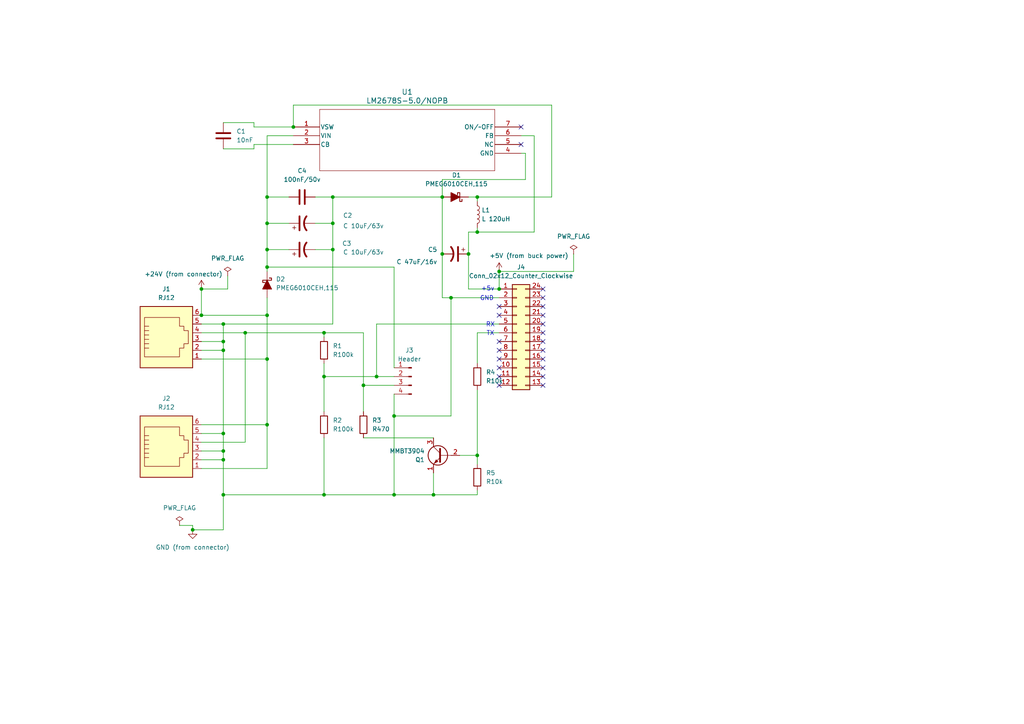
<source format=kicad_sch>
(kicad_sch (version 20250114) (generator "eeschema") (generator_version "9.0")
  (paper "A4")
  (title_block (title "Connect 10 Controller") (date "2026-02-18") (rev "10"))
  (lib_symbols
    (symbol "Connector:Conn_01x04_Pin" (pin_names (offset 1.016) (hide yes))
      (property "Reference" "J" (at 0 5.08 0))
      (property "Value" "Conn_01x04_Pin" (at 0 -7.62 0))
      (symbol "Conn_01x04_Pin_1_1"
        (rectangle (start 0.8636 2.667) (end 0 2.413) (stroke (width 0.1524)) (fill (type outline)))
        (rectangle (start 0.8636 0.127) (end 0 -0.127) (stroke (width 0.1524)) (fill (type outline)))
        (rectangle (start 0.8636 -2.413) (end 0 -2.667) (stroke (width 0.1524)) (fill (type outline)))
        (rectangle (start 0.8636 -4.953) (end 0 -5.207) (stroke (width 0.1524)) (fill (type outline)))
        (polyline (pts (xy 1.27 2.54) (xy 0.8636 2.54)) (stroke (width 0.1524)))
        (polyline (pts (xy 1.27 0) (xy 0.8636 0)) (stroke (width 0.1524)))
        (polyline (pts (xy 1.27 -2.54) (xy 0.8636 -2.54)) (stroke (width 0.1524)))
        (polyline (pts (xy 1.27 -5.08) (xy 0.8636 -5.08)) (stroke (width 0.1524)))
        (pin passive line (at 5.08 2.54 180) (length 3.81) (name "Pin_1") (number "1"))
        (pin passive line (at 5.08 0 180) (length 3.81) (name "Pin_2") (number "2"))
        (pin passive line (at 5.08 -2.54 180) (length 3.81) (name "Pin_3") (number "3"))
        (pin passive line (at 5.08 -5.08 180) (length 3.81) (name "Pin_4") (number "4"))
      )
    )
    (symbol "Connector:RJ12" (pin_names (offset 1.016))
      (property "Reference" "J" (at -5.08 11.43 0))
      (property "Value" "RJ12" (at 2.54 11.43 0))
      (symbol "RJ12_0_1"
        (polyline (pts (xy -6.35 3.175) (xy -5.08 3.175) (xy -5.08 3.175)))
        (polyline (pts (xy -6.35 1.905) (xy -5.08 1.905) (xy -5.08 1.905)))
        (polyline (pts (xy -6.35 0.635) (xy -5.08 0.635) (xy -5.08 0.635)))
        (polyline (pts (xy -6.35 -0.635) (xy -5.08 -0.635) (xy -5.08 -0.635)))
        (polyline (pts (xy -6.35 -1.905) (xy -5.08 -1.905) (xy -5.08 -1.905)))
        (polyline (pts (xy -6.35 -4.445) (xy -6.35 6.985) (xy 3.81 6.985) (xy 3.81 4.445) (xy 5.08 4.445) (xy 5.08 3.175) (xy 6.35 3.175) (xy 6.35 -0.635) (xy 5.08 -0.635) (xy 5.08 -1.905) (xy 3.81 -1.905) (xy 3.81 -4.445) (xy -6.35 -4.445) (xy -6.35 -4.445)))
        (polyline (pts (xy -5.08 4.445) (xy -6.35 4.445) (xy -6.35 4.445)))
        (rectangle (start 7.62 10.16) (end -7.62 -7.62) (stroke (width 0.254)) (fill (type background)))
      )
      (symbol "RJ12_1_1"
        (pin passive line (at 10.16 7.62 180) (length 2.54) (name "~") (number "6"))
        (pin passive line (at 10.16 5.08 180) (length 2.54) (name "~") (number "5"))
        (pin passive line (at 10.16 2.54 180) (length 2.54) (name "~") (number "4"))
        (pin passive line (at 10.16 0 180) (length 2.54) (name "~") (number "3"))
        (pin passive line (at 10.16 -2.54 180) (length 2.54) (name "~") (number "2"))
        (pin passive line (at 10.16 -5.08 180) (length 2.54) (name "~") (number "1"))
      )
    )
    (symbol "Connector_Generic:Conn_02x12_Counter_Clockwise" (pin_names (offset 1.016) (hide yes))
      (property "Reference" "J" (at 1.27 15.24 0))
      (property "Value" "Conn_02x12_Counter_Clockwise" (at 1.27 -17.78 0))
      (symbol "Conn_02x12_Counter_Clockwise_1_1"
        (rectangle (start -1.27 13.97) (end 3.81 -16.51) (stroke (width 0.254)) (fill (type background)))
        (rectangle (start -1.27 12.827) (end 0 12.573) (stroke (width 0.1524)))
        (rectangle (start -1.27 10.287) (end 0 10.033) (stroke (width 0.1524)))
        (rectangle (start -1.27 7.747) (end 0 7.493) (stroke (width 0.1524)))
        (rectangle (start -1.27 5.207) (end 0 4.953) (stroke (width 0.1524)))
        (rectangle (start -1.27 2.667) (end 0 2.413) (stroke (width 0.1524)))
        (rectangle (start -1.27 0.127) (end 0 -0.127) (stroke (width 0.1524)))
        (rectangle (start -1.27 -2.413) (end 0 -2.667) (stroke (width 0.1524)))
        (rectangle (start -1.27 -4.953) (end 0 -5.207) (stroke (width 0.1524)))
        (rectangle (start -1.27 -7.493) (end 0 -7.747) (stroke (width 0.1524)))
        (rectangle (start -1.27 -10.033) (end 0 -10.287) (stroke (width 0.1524)))
        (rectangle (start -1.27 -12.573) (end 0 -12.827) (stroke (width 0.1524)))
        (rectangle (start -1.27 -15.113) (end 0 -15.367) (stroke (width 0.1524)))
        (rectangle (start 3.81 12.827) (end 2.54 12.573) (stroke (width 0.1524)))
        (rectangle (start 3.81 10.287) (end 2.54 10.033) (stroke (width 0.1524)))
        (rectangle (start 3.81 7.747) (end 2.54 7.493) (stroke (width 0.1524)))
        (rectangle (start 3.81 5.207) (end 2.54 4.953) (stroke (width 0.1524)))
        (rectangle (start 3.81 2.667) (end 2.54 2.413) (stroke (width 0.1524)))
        (rectangle (start 3.81 0.127) (end 2.54 -0.127) (stroke (width 0.1524)))
        (rectangle (start 3.81 -2.413) (end 2.54 -2.667) (stroke (width 0.1524)))
        (rectangle (start 3.81 -4.953) (end 2.54 -5.207) (stroke (width 0.1524)))
        (rectangle (start 3.81 -7.493) (end 2.54 -7.747) (stroke (width 0.1524)))
        (rectangle (start 3.81 -10.033) (end 2.54 -10.287) (stroke (width 0.1524)))
        (rectangle (start 3.81 -12.573) (end 2.54 -12.827) (stroke (width 0.1524)))
        (rectangle (start 3.81 -15.113) (end 2.54 -15.367) (stroke (width 0.1524)))
        (pin passive line (at -5.08 12.7 0) (length 3.81) (name "Pin_1") (number "1"))
        (pin passive line (at -5.08 10.16 0) (length 3.81) (name "Pin_2") (number "2"))
        (pin passive line (at -5.08 7.62 0) (length 3.81) (name "Pin_3") (number "3"))
        (pin passive line (at -5.08 5.08 0) (length 3.81) (name "Pin_4") (number "4"))
        (pin passive line (at -5.08 2.54 0) (length 3.81) (name "Pin_5") (number "5"))
        (pin passive line (at -5.08 0 0) (length 3.81) (name "Pin_6") (number "6"))
        (pin passive line (at -5.08 -2.54 0) (length 3.81) (name "Pin_7") (number "7"))
        (pin passive line (at -5.08 -5.08 0) (length 3.81) (name "Pin_8") (number "8"))
        (pin passive line (at -5.08 -7.62 0) (length 3.81) (name "Pin_9") (number "9"))
        (pin passive line (at -5.08 -10.16 0) (length 3.81) (name "Pin_10") (number "10"))
        (pin passive line (at -5.08 -12.7 0) (length 3.81) (name "Pin_11") (number "11"))
        (pin passive line (at -5.08 -15.24 0) (length 3.81) (name "Pin_12") (number "12"))
        (pin passive line (at 7.62 12.7 180) (length 3.81) (name "Pin_24") (number "24"))
        (pin passive line (at 7.62 10.16 180) (length 3.81) (name "Pin_23") (number "23"))
        (pin passive line (at 7.62 7.62 180) (length 3.81) (name "Pin_22") (number "22"))
        (pin passive line (at 7.62 5.08 180) (length 3.81) (name "Pin_21") (number "21"))
        (pin passive line (at 7.62 2.54 180) (length 3.81) (name "Pin_20") (number "20"))
        (pin passive line (at 7.62 0 180) (length 3.81) (name "Pin_19") (number "19"))
        (pin passive line (at 7.62 -2.54 180) (length 3.81) (name "Pin_18") (number "18"))
        (pin passive line (at 7.62 -5.08 180) (length 3.81) (name "Pin_17") (number "17"))
        (pin passive line (at 7.62 -7.62 180) (length 3.81) (name "Pin_16") (number "16"))
        (pin passive line (at 7.62 -10.16 180) (length 3.81) (name "Pin_15") (number "15"))
        (pin passive line (at 7.62 -12.7 180) (length 3.81) (name "Pin_14") (number "14"))
        (pin passive line (at 7.62 -15.24 180) (length 3.81) (name "Pin_13") (number "13"))
      )
    )
    (symbol "Device:C" (pin_numbers (hide yes)) (pin_names (offset 0.254))
      (property "Reference" "C" (at 0.635 2.54 0))
      (property "Value" "C" (at 0.635 -2.54 0))
      (symbol "C_0_1"
        (polyline (pts (xy -2.032 0.762) (xy 2.032 0.762)) (stroke (width 0.508)))
        (polyline (pts (xy -2.032 -0.762) (xy 2.032 -0.762)) (stroke (width 0.508)))
      )
      (symbol "C_1_1"
        (pin passive line (at 0 3.81 270) (length 2.794) (name "~") (number "1"))
        (pin passive line (at 0 -3.81 90) (length 2.794) (name "~") (number "2"))
      )
    )
    (symbol "Device:C_Polarized_US" (pin_numbers (hide yes)) (pin_names (offset 0.254) (hide yes))
      (property "Reference" "C" (at 0.635 2.54 0))
      (property "Value" "C_Polarized_US" (at 0.635 -2.54 0))
      (symbol "C_Polarized_US_0_1"
        (polyline (pts (xy -2.032 0.762) (xy 2.032 0.762)) (stroke (width 0.508)))
        (polyline (pts (xy -1.778 2.286) (xy -0.762 2.286)))
        (polyline (pts (xy -1.27 1.778) (xy -1.27 2.794)))
        (arc (start -2.032 -1.27) (mid 0 -0.5572) (end 2.032 -1.27) (stroke (width 0.508)))
      )
      (symbol "C_Polarized_US_1_1"
        (pin passive line (at 0 3.81 270) (length 2.794) (name "~") (number "1"))
        (pin passive line (at 0 -3.81 90) (length 3.302) (name "~") (number "2"))
      )
    )
    (symbol "Device:D_Schottky_Filled" (pin_numbers (hide yes)) (pin_names (offset 1.016) (hide yes))
      (property "Reference" "D" (at 0 2.54 0))
      (property "Value" "D_Schottky_Filled" (at 0 -2.54 0))
      (symbol "D_Schottky_Filled_0_1"
        (polyline (pts (xy -1.905 0.635) (xy -1.905 1.27) (xy -1.27 1.27) (xy -1.27 -1.27) (xy -0.635 -1.27) (xy -0.635 -0.635)) (stroke (width 0.254)))
        (polyline (pts (xy 1.27 1.27) (xy 1.27 -1.27) (xy -1.27 0) (xy 1.27 1.27)) (stroke (width 0.254)) (fill (type outline)))
        (polyline (pts (xy 1.27 0) (xy -1.27 0)))
      )
      (symbol "D_Schottky_Filled_1_1"
        (pin passive line (at -3.81 0 0) (length 2.54) (name "K") (number "1"))
        (pin passive line (at 3.81 0 180) (length 2.54) (name "A") (number "2"))
      )
    )
    (symbol "Device:L" (pin_numbers (hide yes)) (pin_names (offset 1.016) (hide yes))
      (property "Reference" "L" (at -1.27 0 90))
      (property "Value" "L" (at 1.905 0 90))
      (symbol "L_0_1"
        (arc (start 0 2.54) (mid 0.6323 1.905) (end 0 1.27))
        (arc (start 0 1.27) (mid 0.6323 0.635) (end 0 0))
        (arc (start 0 0) (mid 0.6323 -0.635) (end 0 -1.27))
        (arc (start 0 -1.27) (mid 0.6323 -1.905) (end 0 -2.54))
      )
      (symbol "L_1_1"
        (pin passive line (at 0 3.81 270) (length 1.27) (name "1") (number "1"))
        (pin passive line (at 0 -3.81 90) (length 1.27) (name "2") (number "2"))
      )
    )
    (symbol "Device:R" (pin_numbers (hide yes)) (pin_names (offset 0))
      (property "Reference" "R" (at 2.032 0 90))
      (property "Value" "R" (at 0 0 90))
      (symbol "R_0_1"
        (rectangle (start -1.016 -2.54) (end 1.016 2.54) (stroke (width 0.254)))
      )
      (symbol "R_1_1"
        (pin passive line (at 0 3.81 270) (length 1.27) (name "~") (number "1"))
        (pin passive line (at 0 -3.81 90) (length 1.27) (name "~") (number "2"))
      )
    )
    (symbol "LM2678T-5-0-NOPB:LM2678T-5.0_NOPB" (pin_names (offset 0.254))
      (property "Reference" "U" (at 33.02 10.16 0))
      (property "Value" "LM2678T-5.0/NOPB" (at 33.02 7.62 0))
      (symbol "LM2678T-5.0_NOPB_0_1"
        (polyline (pts (xy 7.62 5.08) (xy 7.62 -12.7)) (stroke (width 0.127)))
        (polyline (pts (xy 7.62 -12.7) (xy 58.42 -12.7)) (stroke (width 0.127)))
        (polyline (pts (xy 58.42 5.08) (xy 7.62 5.08)) (stroke (width 0.127)))
        (polyline (pts (xy 58.42 -12.7) (xy 58.42 5.08)) (stroke (width 0.127)))
        (pin output line (at 0 0 0) (length 7.62) (name "VSW") (number "1"))
        (pin input line (at 0 -2.54 0) (length 7.62) (name "VIN") (number "2"))
        (pin passive line (at 0 -5.08 0) (length 7.62) (name "CB") (number "3"))
        (pin passive line (at 66.04 0 180) (length 7.62) (name "ON/~OFF") (number "7"))
        (pin passive line (at 66.04 -2.54 180) (length 7.62) (name "FB") (number "6"))
        (pin passive line (at 66.04 -5.08 180) (length 7.62) (name "NC") (number "5"))
        (pin passive line (at 66.04 -7.62 180) (length 7.62) (name "GND") (number "4"))
      )
    )
    (symbol "Transistor_BJT:2N3904" (pin_names (offset 0) (hide yes))
      (property "Reference" "Q" (at 5.08 1.905 0))
      (property "Value" "2N3904" (at 5.08 0 0))
      (symbol "2N3904_0_1"
        (polyline (pts (xy -2.54 0) (xy 0.635 0)))
        (polyline (pts (xy 0.635 1.905) (xy 0.635 -1.905)) (stroke (width 0.508)))
        (circle (center 1.27 0) (radius 2.8194) (stroke (width 0.254)))
      )
      (symbol "2N3904_1_1"
        (polyline (pts (xy 0.635 0.635) (xy 2.54 2.54)))
        (polyline (pts (xy 0.635 -0.635) (xy 2.54 -2.54)))
        (polyline (pts (xy 1.27 -1.778) (xy 1.778 -1.27) (xy 2.286 -2.286) (xy 1.27 -1.778)) (fill (type outline)))
        (pin input line (at -5.08 0 0) (length 2.54) (name "B") (number "2"))
        (pin passive line (at 2.54 5.08 270) (length 2.54) (name "C") (number "3"))
        (pin passive line (at 2.54 -5.08 90) (length 2.54) (name "E") (number "1"))
      )
    )
    (symbol "power:+24V" (power) (pin_numbers (hide yes)) (pin_names (offset 0) (hide yes))
      (property "Value" "+24V" (at 0 3.556 0))
      (symbol "+24V_0_1"
        (polyline (pts (xy -0.762 1.27) (xy 0 2.54)))
        (polyline (pts (xy 0 2.54) (xy 0.762 1.27)))
        (polyline (pts (xy 0 0) (xy 0 2.54)))
      )
      (symbol "+24V_1_1"
        (pin power_in line (at 0 0 90) (length 0) (name "~") (number "1"))
      )
    )
    (symbol "power:+5V" (power) (pin_numbers (hide yes)) (pin_names (offset 0) (hide yes))
      (property "Value" "+5V" (at 0 3.556 0))
      (symbol "+5V_0_1"
        (polyline (pts (xy -0.762 1.27) (xy 0 2.54)))
        (polyline (pts (xy 0 2.54) (xy 0.762 1.27)))
        (polyline (pts (xy 0 0) (xy 0 2.54)))
      )
      (symbol "+5V_1_1"
        (pin power_in line (at 0 0 90) (length 0) (name "~") (number "1"))
      )
    )
    (symbol "power:GND" (power) (pin_numbers (hide yes)) (pin_names (offset 0) (hide yes))
      (property "Value" "GND" (at 0 -3.81 0))
      (symbol "GND_0_1"
        (polyline (pts (xy 0 0) (xy 0 -1.27) (xy 1.27 -1.27) (xy 0 -2.54) (xy -1.27 -1.27) (xy 0 -1.27)))
      )
      (symbol "GND_1_1"
        (pin power_in line (at 0 0 270) (length 0) (name "~") (number "1"))
      )
    )
    (symbol "power:PWR_FLAG" (power) (pin_numbers (hide yes)) (pin_names (offset 0) (hide yes))
      (property "Value" "PWR_FLAG" (at 0 3.81 0))
      (symbol "PWR_FLAG_0_0"
        (pin power_out line (at 0 0 90) (length 0) (name "~") (number "1"))
      )
      (symbol "PWR_FLAG_0_1"
        (polyline (pts (xy 0 0) (xy 0 1.27) (xy -1.016 1.905) (xy 0 2.54) (xy 1.016 1.905) (xy 0 1.27)))
      )
    )
  )
  (text "+5v" (at 141.478 83.82 0) (effects (font (size 1.27 1.27))))
  (text "GND" (at 141.224 86.614 0) (effects (font (size 1.27 1.27))))
  (text "TX" (at 142.24 96.774 0) (effects (font (size 1.27 1.27))))
  (text "RX" (at 142.24 94.234 0) (effects (font (size 1.27 1.27))))
  (junction (at 71.12 96.52))
  (junction (at 138.43 57.15))
  (junction (at 64.77 125.73))
  (junction (at 77.47 57.15))
  (junction (at 77.47 64.77))
  (junction (at 109.22 109.22))
  (junction (at 138.43 132.08))
  (junction (at 128.27 57.15))
  (junction (at 96.52 64.77))
  (junction (at 77.47 104.14))
  (junction (at 85.09 36.83))
  (junction (at 64.77 93.98))
  (junction (at 77.47 123.19))
  (junction (at 96.52 72.39))
  (junction (at 135.89 73.66))
  (junction (at 130.81 86.36))
  (junction (at 144.78 83.82))
  (junction (at 64.77 130.81))
  (junction (at 64.77 143.51))
  (junction (at 114.3 143.51))
  (junction (at 58.42 83.82))
  (junction (at 55.88 153.67))
  (junction (at 96.52 57.15))
  (junction (at 138.43 67.31))
  (junction (at 128.27 73.66))
  (junction (at 77.47 77.47))
  (junction (at 93.98 96.52))
  (junction (at 58.42 91.44))
  (junction (at 144.78 78.74))
  (junction (at 93.98 143.51))
  (junction (at 77.47 72.39))
  (junction (at 64.77 133.35))
  (junction (at 64.77 101.6))
  (junction (at 77.47 91.44))
  (junction (at 114.3 120.65))
  (junction (at 93.98 109.22))
  (junction (at 125.73 143.51))
  (junction (at 105.41 111.76))
  (junction (at 64.77 99.06))
  (no_connect (at 157.48 96.52))
  (no_connect (at 144.78 99.06))
  (no_connect (at 157.48 106.68))
  (no_connect (at 151.13 36.83))
  (no_connect (at 144.78 91.44))
  (no_connect (at 144.78 101.6))
  (no_connect (at 157.48 111.76))
  (no_connect (at 157.48 83.82))
  (no_connect (at 144.78 88.9))
  (no_connect (at 157.48 88.9))
  (no_connect (at 157.48 109.22))
  (no_connect (at 151.13 41.91))
  (no_connect (at 157.48 93.98))
  (no_connect (at 157.48 104.14))
  (no_connect (at 157.48 99.06))
  (no_connect (at 144.78 106.68))
  (no_connect (at 157.48 91.44))
  (no_connect (at 157.48 101.6))
  (no_connect (at 157.48 86.36))
  (no_connect (at 144.78 109.22))
  (no_connect (at 144.78 104.14))
  (no_connect (at 144.78 111.76))
  (wire (pts (xy 93.98 109.22) (xy 93.98 119.38)))
  (wire (pts (xy 114.3 120.65) (xy 130.81 120.65)))
  (wire (pts (xy 125.73 143.51) (xy 114.3 143.51)))
  (wire (pts (xy 77.47 91.44) (xy 77.47 104.14)))
  (wire (pts (xy 58.42 96.52) (xy 71.12 96.52)))
  (wire (pts (xy 96.52 72.39) (xy 96.52 93.98)))
  (wire (pts (xy 138.43 67.31) (xy 138.43 66.04)))
  (wire (pts (xy 138.43 58.42) (xy 138.43 57.15)))
  (wire (pts (xy 114.3 120.65) (xy 114.3 143.51)))
  (wire (pts (xy 130.81 120.65) (xy 130.81 86.36)))
  (wire (pts (xy 109.22 109.22) (xy 109.22 93.98)))
  (wire (pts (xy 73.66 35.56) (xy 73.66 36.83)))
  (wire (pts (xy 64.77 125.73) (xy 64.77 130.81)))
  (wire (pts (xy 77.47 64.77) (xy 83.82 64.77)))
  (wire (pts (xy 77.47 64.77) (xy 77.47 72.39)))
  (wire (pts (xy 77.47 57.15) (xy 77.47 64.77)))
  (wire (pts (xy 73.66 36.83) (xy 85.09 36.83)))
  (wire (pts (xy 154.94 67.31) (xy 138.43 67.31)))
  (wire (pts (xy 135.89 67.31) (xy 135.89 73.66)))
  (wire (pts (xy 114.3 77.47) (xy 114.3 106.68)))
  (wire (pts (xy 166.37 73.66) (xy 166.37 78.74)))
  (wire (pts (xy 64.77 143.51) (xy 64.77 153.67)))
  (wire (pts (xy 93.98 127) (xy 93.98 143.51)))
  (wire (pts (xy 105.41 119.38) (xy 105.41 111.76)))
  (wire (pts (xy 135.89 73.66) (xy 135.89 83.82)))
  (wire (pts (xy 128.27 52.07) (xy 128.27 57.15)))
  (wire (pts (xy 66.04 80.01) (xy 66.04 83.82)))
  (wire (pts (xy 71.12 96.52) (xy 93.98 96.52)))
  (wire (pts (xy 138.43 57.15) (xy 160.02 57.15)))
  (wire (pts (xy 64.77 99.06) (xy 64.77 101.6)))
  (wire (pts (xy 77.47 86.36) (xy 77.47 91.44)))
  (wire (pts (xy 128.27 73.66) (xy 128.27 86.36)))
  (wire (pts (xy 58.42 133.35) (xy 64.77 133.35)))
  (wire (pts (xy 138.43 132.08) (xy 138.43 134.62)))
  (wire (pts (xy 128.27 52.07) (xy 152.4 52.07)))
  (wire (pts (xy 83.82 57.15) (xy 77.47 57.15)))
  (wire (pts (xy 138.43 142.24) (xy 138.43 143.51)))
  (wire (pts (xy 105.41 111.76) (xy 114.3 111.76)))
  (wire (pts (xy 151.13 39.37) (xy 154.94 39.37)))
  (wire (pts (xy 64.77 101.6) (xy 64.77 125.73)))
  (wire (pts (xy 77.47 39.37) (xy 77.47 57.15)))
  (wire (pts (xy 160.02 30.48) (xy 160.02 57.15)))
  (wire (pts (xy 93.98 96.52) (xy 93.98 97.79)))
  (wire (pts (xy 66.04 83.82) (xy 58.42 83.82)))
  (wire (pts (xy 93.98 143.51) (xy 114.3 143.51)))
  (wire (pts (xy 58.42 125.73) (xy 64.77 125.73)))
  (wire (pts (xy 152.4 44.45) (xy 152.4 52.07)))
  (wire (pts (xy 130.81 86.36) (xy 128.27 86.36)))
  (wire (pts (xy 77.47 72.39) (xy 83.82 72.39)))
  (wire (pts (xy 85.09 41.91) (xy 73.66 41.91)))
  (wire (pts (xy 154.94 39.37) (xy 154.94 67.31)))
  (wire (pts (xy 58.42 128.27) (xy 71.12 128.27)))
  (wire (pts (xy 52.07 152.4) (xy 55.88 152.4)))
  (wire (pts (xy 105.41 111.76) (xy 105.41 96.52)))
  (wire (pts (xy 96.52 57.15) (xy 128.27 57.15)))
  (wire (pts (xy 105.41 96.52) (xy 93.98 96.52)))
  (wire (pts (xy 93.98 109.22) (xy 109.22 109.22)))
  (wire (pts (xy 58.42 123.19) (xy 77.47 123.19)))
  (wire (pts (xy 71.12 128.27) (xy 71.12 96.52)))
  (wire (pts (xy 91.44 72.39) (xy 96.52 72.39)))
  (wire (pts (xy 85.09 30.48) (xy 160.02 30.48)))
  (wire (pts (xy 58.42 93.98) (xy 64.77 93.98)))
  (wire (pts (xy 91.44 57.15) (xy 96.52 57.15)))
  (wire (pts (xy 64.77 35.56) (xy 73.66 35.56)))
  (wire (pts (xy 91.44 64.77) (xy 96.52 64.77)))
  (wire (pts (xy 144.78 96.52) (xy 138.43 96.52)))
  (wire (pts (xy 77.47 123.19) (xy 77.47 135.89)))
  (wire (pts (xy 77.47 72.39) (xy 77.47 77.47)))
  (wire (pts (xy 64.77 93.98) (xy 96.52 93.98)))
  (wire (pts (xy 93.98 105.41) (xy 93.98 109.22)))
  (wire (pts (xy 135.89 83.82) (xy 144.78 83.82)))
  (wire (pts (xy 152.4 44.45) (xy 151.13 44.45)))
  (wire (pts (xy 135.89 67.31) (xy 138.43 67.31)))
  (wire (pts (xy 138.43 96.52) (xy 138.43 105.41)))
  (wire (pts (xy 64.77 93.98) (xy 64.77 99.06)))
  (wire (pts (xy 125.73 137.16) (xy 125.73 143.51)))
  (wire (pts (xy 93.98 143.51) (xy 64.77 143.51)))
  (wire (pts (xy 109.22 93.98) (xy 144.78 93.98)))
  (wire (pts (xy 125.73 143.51) (xy 138.43 143.51)))
  (wire (pts (xy 114.3 114.3) (xy 114.3 120.65)))
  (wire (pts (xy 166.37 78.74) (xy 144.78 78.74)))
  (wire (pts (xy 77.47 77.47) (xy 77.47 78.74)))
  (wire (pts (xy 130.81 86.36) (xy 144.78 86.36)))
  (wire (pts (xy 73.66 43.18) (xy 64.77 43.18)))
  (wire (pts (xy 125.73 127) (xy 105.41 127)))
  (wire (pts (xy 73.66 41.91) (xy 73.66 43.18)))
  (wire (pts (xy 64.77 130.81) (xy 64.77 133.35)))
  (wire (pts (xy 114.3 77.47) (xy 77.47 77.47)))
  (wire (pts (xy 58.42 130.81) (xy 64.77 130.81)))
  (wire (pts (xy 77.47 104.14) (xy 77.47 123.19)))
  (wire (pts (xy 109.22 109.22) (xy 114.3 109.22)))
  (wire (pts (xy 85.09 36.83) (xy 85.09 30.48)))
  (wire (pts (xy 58.42 99.06) (xy 64.77 99.06)))
  (wire (pts (xy 138.43 57.15) (xy 135.89 57.15)))
  (wire (pts (xy 144.78 78.74) (xy 144.78 83.82)))
  (wire (pts (xy 58.42 104.14) (xy 77.47 104.14)))
  (wire (pts (xy 133.35 132.08) (xy 138.43 132.08)))
  (wire (pts (xy 96.52 72.39) (xy 96.52 64.77)))
  (wire (pts (xy 138.43 113.03) (xy 138.43 132.08)))
  (wire (pts (xy 96.52 64.77) (xy 96.52 57.15)))
  (wire (pts (xy 58.42 101.6) (xy 64.77 101.6)))
  (wire (pts (xy 55.88 153.67) (xy 64.77 153.67)))
  (wire (pts (xy 55.88 152.4) (xy 55.88 153.67)))
  (wire (pts (xy 128.27 57.15) (xy 128.27 73.66)))
  (wire (pts (xy 58.42 83.82) (xy 58.42 91.44)))
  (wire (pts (xy 77.47 39.37) (xy 85.09 39.37)))
  (wire (pts (xy 58.42 135.89) (xy 77.47 135.89)))
  (wire (pts (xy 64.77 133.35) (xy 64.77 143.51)))
  (wire (pts (xy 58.42 91.44) (xy 77.47 91.44)))
  (symbol (lib_id "Device:D_Schottky_Filled") (at 132.08 57.15 180) (unit 1)
    (property "Reference" "D1" (at 132.3975 50.8 0))
    (property "Value" "PMEG6010CEH,115" (at 132.3975 53.34 0))
    (property "Footprint" "Diode_SMD:D_SOD-123F" (effects (hide yes)))
    (property "Description" "Schottky diode, filled shape" (effects (hide yes)))
    (property "MPN" "PMEG6010CEH,115" (effects (hide yes)))
    (property "Manufacturer" "Nexperia" (effects (hide yes)))
  )
  (symbol (lib_id "Device:R") (at 93.98 123.19 0) (unit 1)
    (property "Reference" "R2" (at 96.52 121.9199 0) (effects (justify left)))
    (property "Value" "R100k" (at 96.52 124.4599 0) (effects (justify left)))
    (property "Footprint" "Resistor_SMD:R_0603_1608Metric" (effects (hide yes)))
    (property "Description" "Resistor" (effects (hide yes)))
    (property "MPN" "RC0603FR-07100KL" (effects (hide yes)))
    (property "Manufacturer" "YAGEO" (effects (hide yes)))
  )
  (symbol (lib_id "power:+24V") (at 58.42 83.82 0) (unit 1)
    (property "Reference" "#PWR02" (effects (hide yes)))
    (property "Value" "+24V (from connector)" (at 41.91 79.502 0) (effects (justify left)))
    (property "Description" "Power symbol creates a global label with name \"+24V\"" (effects (hide yes)))
  )
  (symbol (lib_id "Device:L") (at 138.43 62.23 0) (unit 1)
    (property "Reference" "L1" (at 139.7 60.9599 0) (effects (justify left)))
    (property "Value" "L 120uH" (at 139.7 63.4999 0) (effects (justify left)))
    (property "Footprint" "Inductor_SMD:L_10.4x10.4_H4.8" (effects (hide yes)))
    (property "Description" "Inductor" (effects (hide yes)))
    (property "MPN" "NPI105C121MTRF or SRR1050A-121Y" (effects (hide yes)))
    (property "Manufacturer" "NIC Components or Bournes Inc." (effects (hide yes)))
  )
  (symbol (lib_id "Device:C_Polarized_US") (at 87.63 64.77 90) (unit 1)
    (property "Reference" "C2" (at 100.838 62.484 90))
    (property "Value" "C 10uF/63v" (at 105.41 65.532 90))
    (property "Footprint" "Capacitor_SMD:C_1210_3225Metric" (effects (hide yes)))
    (property "Description" "Polarized capacitor, US symbol" (effects (hide yes)))
    (property "MPN" "GRM32ER71J106KA12L" (effects (hide yes)))
    (property "Manufacturer" "MuRata" (effects (hide yes)))
  )
  (symbol (lib_id "Transistor_BJT:2N3904") (at 128.27 132.08 0) (mirror y) (unit 1)
    (property "Reference" "Q1" (at 123.19 133.3501 0) (effects (justify left)))
    (property "Value" "MMBT3904" (at 123.19 130.8101 0) (effects (justify left)))
    (property "Footprint" "Package_TO_SOT_SMD:SOT-23" (effects (hide yes)))
    (property "Manufacturer" "Guangdong Hottech" (effects (hide yes)))
    (property "MPN" "MMBT3904" (effects (hide yes)))
  )
  (symbol (lib_id "LM2678T-5-0-NOPB:LM2678T-5.0_NOPB") (at 85.09 36.83 0) (unit 1)
    (property "Reference" "U1" (at 118.11 26.67 0) (effects (font (size 1.524 1.524))))
    (property "Value" "LM2678S-5.0/NOPB" (at 118.11 29.21 0) (effects (font (size 1.524 1.524))))
    (property "Footprint" "Package_TO_SOT_SMD:TO-263-7_TabPin4" (effects (hide yes)))
    (property "Datasheet" "https://www.ti.com/lit/gpn/lm2678" (effects (hide yes)))
    (property "MPN" "LM2678S-5.0/NOPB" (effects (hide yes)))
    (property "Manufacturer" "Texas Instruments" (effects (hide yes)))
  )
  (symbol (lib_id "Device:R") (at 93.98 101.6 0) (unit 1)
    (property "Reference" "R1" (at 96.52 100.3299 0) (effects (justify left)))
    (property "Value" "R100k" (at 96.52 102.8699 0) (effects (justify left)))
    (property "Footprint" "Resistor_SMD:R_0603_1608Metric" (effects (hide yes)))
    (property "Description" "Resistor" (effects (hide yes)))
    (property "MPN" "RC0603FR-07100KL" (effects (hide yes)))
    (property "Manufacturer" "YAGEO" (effects (hide yes)))
  )
  (symbol (lib_id "power:PWR_FLAG") (at 166.37 73.66 0) (unit 1)
    (property "Reference" "#FLG02" (effects (hide yes)))
    (property "Value" "PWR_FLAG" (at 166.37 68.58 0))
    (property "Description" "Special symbol for telling ERC where power comes from" (effects (hide yes)))
  )
  (symbol (lib_id "power:+5V") (at 144.78 78.74 0) (unit 1)
    (property "Reference" "#PWR01" (effects (hide yes)))
    (property "Value" "+5V (from buck power)" (at 153.416 74.168 0))
    (property "Description" "Power symbol creates a global label with name \"+5V\"" (effects (hide yes)))
  )
  (symbol (lib_id "Device:C") (at 64.77 39.37 0) (unit 1)
    (property "Reference" "C1" (at 68.58 38.0999 0) (effects (justify left)))
    (property "Value" "10nF" (at 68.58 40.6399 0) (effects (justify left)))
    (property "Footprint" "Capacitor_SMD:C_0805_2012Metric" (effects (hide yes)))
    (property "Description" "Unpolarized capacitor" (effects (hide yes)))
    (property "MPN" "C2012C0G1H103K060AA" (effects (hide yes)))
    (property "Manufacturer" "TDK" (effects (hide yes)))
  )
  (symbol (lib_id "Connector_Generic:Conn_02x12_Counter_Clockwise") (at 149.86 96.52 0) (unit 1)
    (property "Reference" "J4" (at 151.13 77.47 0))
    (property "Value" "Conn_02x12_Counter_Clockwise" (at 151.13 80.01 0))
    (property "Footprint" "Package_DIP:DIP-24_18.0mmx34.29mm_W15.24mm_Socket" (effects (hide yes)))
    (property "Description" "Generic connector, double row, 02x12, counter clockwise pin numbering scheme (similar to DIP package numbering), script generated (kicad-library-utils/schlib/autogen/connector/)" (effects (hide yes)))
    (property "Manufacturer" "Amphenol ICC (FCI)" (effects (hide yes)))
    (property "MPN" "DILB24P-223TLF" (effects (hide yes)))
  )
  (symbol (lib_id "Connector:Conn_01x04_Pin") (at 119.38 109.22 0) (mirror y) (unit 1)
    (property "Reference" "J3" (at 118.745 101.6 0))
    (property "Value" "Header" (at 118.745 104.14 0))
    (property "Footprint" "Connector_PinHeader_2.54mm:PinHeader_1x04_P2.54mm_Vertical" (effects (hide yes)))
    (property "Description" "Generic connector, single row, 01x04, script generated" (effects (hide yes)))
    (property "Manufacturer" "XFCN" (effects (hide yes)))
    (property "MPN" "PZ254V-11-04P" (effects (hide yes)))
  )
  (symbol (lib_id "Device:R") (at 138.43 109.22 0) (unit 1)
    (property "Reference" "R4" (at 140.97 107.9499 0) (effects (justify left)))
    (property "Value" "R10k" (at 140.97 110.4899 0) (effects (justify left)))
    (property "Footprint" "Resistor_SMD:R_0603_1608Metric" (effects (hide yes)))
    (property "Description" "Resistor" (effects (hide yes)))
    (property "MPN" "RC0603FR-0710KL" (effects (hide yes)))
    (property "Manufacturer" "YAGEO" (effects (hide yes)))
  )
  (symbol (lib_id "Connector:RJ12") (at 48.26 130.81 0) (unit 1)
    (property "Reference" "J2" (at 48.26 115.57 0))
    (property "Value" "RJ12" (at 48.26 118.11 0))
    (property "Footprint" "Connector_RJ:RJ25_Wayconn_MJEA-660X1_Horizontal" (effects (hide yes)))
    (property "Datasheet" "https://www.wayconn.com/rj25-6p6c-pcb-mount-ra/" (effects (hide yes)))
    (property "Description" "RJ connector, 6P6C (6 positions 6 connected)" (effects (hide yes)))
    (property "Manufacturer" "Wayconn" (effects (hide yes)))
    (property "MPN" "MJEA-660X1XXX" (effects (hide yes)))
  )
  (symbol (lib_id "Device:C_Polarized_US") (at 132.08 73.66 270) (unit 1)
    (property "Reference" "C5" (at 125.476 72.39 90))
    (property "Value" "C 47uF/16v" (at 120.904 75.946 90))
    (property "Footprint" "Capacitor_SMD:C_1210_3225Metric" (effects (hide yes)))
    (property "Description" "Polarized capacitor, US symbol" (effects (hide yes)))
    (property "MPN" "GRM32ER61C476KE15L" (effects (hide yes)))
    (property "Manufacturer" "MuRata" (effects (hide yes)))
  )
  (symbol (lib_id "Device:R") (at 138.43 138.43 180) (unit 1)
    (property "Reference" "R5" (at 140.97 137.1599 0) (effects (justify right)))
    (property "Value" "R10k" (at 140.97 139.6999 0) (effects (justify right)))
    (property "Footprint" "Resistor_SMD:R_0603_1608Metric" (effects (hide yes)))
    (property "Description" "Resistor" (effects (hide yes)))
    (property "MPN" "RC0603FR-0710KL" (effects (hide yes)))
    (property "Manufacturer" "YAGEO" (effects (hide yes)))
  )
  (symbol (lib_id "power:PWR_FLAG") (at 66.04 80.01 0) (unit 1)
    (property "Reference" "#FLG01" (effects (hide yes)))
    (property "Value" "PWR_FLAG" (at 66.04 74.93 0))
    (property "Description" "Special symbol for telling ERC where power comes from" (effects (hide yes)))
  )
  (symbol (lib_id "Device:D_Schottky_Filled") (at 77.47 82.55 270) (unit 1)
    (property "Reference" "D2" (at 80.01 80.9624 90) (effects (justify left)))
    (property "Value" "PMEG6010CEH,115" (at 80.01 83.5024 90) (effects (justify left)))
    (property "Footprint" "Diode_SMD:D_SOD-123F" (effects (hide yes)))
    (property "Description" "Schottky diode, filled shape" (effects (hide yes)))
    (property "MPN" "PMEG6010CEH,115" (effects (hide yes)))
    (property "Manufacturer" "Nexperia" (effects (hide yes)))
  )
  (symbol (lib_id "Device:C") (at 87.63 57.15 90) (unit 1)
    (property "Reference" "C4" (at 87.63 49.53 90))
    (property "Value" "100nF/50v" (at 87.63 52.07 90))
    (property "Footprint" "Capacitor_SMD:C_0805_2012Metric" (effects (hide yes)))
    (property "Description" "Unpolarized capacitor" (effects (hide yes)))
    (property "MPN" "C0805C104M5RACTU" (effects (hide yes)))
    (property "Manufacturer" "Kemet" (effects (hide yes)))
  )
  (symbol (lib_id "Device:R") (at 105.41 123.19 0) (unit 1)
    (property "Reference" "R3" (at 107.95 121.9199 0) (effects (justify left)))
    (property "Value" "R470" (at 107.95 124.4599 0) (effects (justify left)))
    (property "Footprint" "Resistor_SMD:R_0603_1608Metric" (effects (hide yes)))
    (property "Description" "Resistor" (effects (hide yes)))
    (property "MPN" "RC0603FR-07470RL" (effects (hide yes)))
    (property "Manufacturer" "YAGEO" (effects (hide yes)))
  )
  (symbol (lib_id "power:GND") (at 55.88 153.67 0) (unit 1)
    (property "Reference" "#PWR03" (effects (hide yes)))
    (property "Value" "GND (from connector)" (at 55.88 158.75 0))
    (property "Description" "Power symbol creates a global label with name \"GND\" , ground" (effects (hide yes)))
  )
  (symbol (lib_id "power:PWR_FLAG") (at 52.07 152.4 0) (unit 1)
    (property "Reference" "#FLG03" (effects (hide yes)))
    (property "Value" "PWR_FLAG" (at 52.07 147.32 0))
    (property "Description" "Special symbol for telling ERC where power comes from" (effects (hide yes)))
  )
  (symbol (lib_id "Device:C_Polarized_US") (at 87.63 72.39 90) (unit 1)
    (property "Reference" "C3" (at 100.584 70.612 90))
    (property "Value" "C 10uF/63v" (at 105.41 73.152 90))
    (property "Footprint" "Capacitor_SMD:C_1210_3225Metric" (effects (hide yes)))
    (property "Description" "Polarized capacitor, US symbol" (effects (hide yes)))
    (property "MPN" "GRM32ER71J106KA12L" (effects (hide yes)))
    (property "Manufacturer" "MuRata" (effects (hide yes)))
  )
  (symbol (lib_id "Connector:RJ12") (at 48.26 99.06 0) (unit 1)
    (property "Reference" "J1" (at 48.26 83.82 0))
    (property "Value" "RJ12" (at 48.26 86.36 0))
    (property "Footprint" "Connector_RJ:RJ25_Wayconn_MJEA-660X1_Horizontal" (effects (hide yes)))
    (property "Datasheet" "https://www.wayconn.com/rj25-6p6c-pcb-mount-ra/" (effects (hide yes)))
    (property "Description" "RJ connector, 6P6C (6 positions 6 connected)" (effects (hide yes)))
    (property "Manufacturer" "Wayconn" (effects (hide yes)))
    (property "MPN" "MJEA-660X1XXX " (effects (hide yes)))
  )
)
</source>
